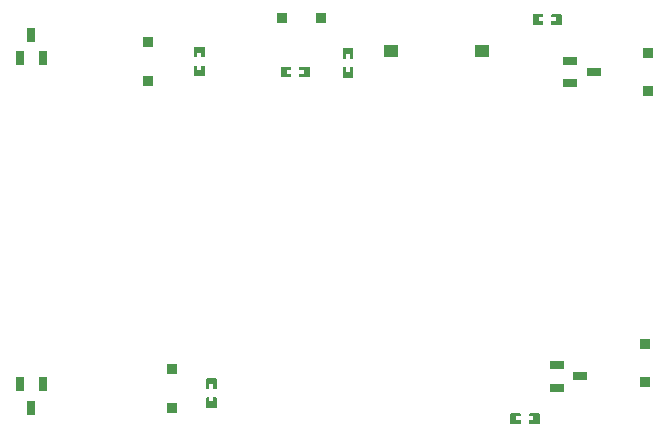
<source format=gtp>
G04 Layer: TopPasteMaskLayer*
G04 EasyEDA v6.5.34, 2023-08-13 08:00:09*
G04 3ef975804e8146baa9bbefacfd0b45dc,794d3a8cdbfe417db23b3599569a6dff,10*
G04 Gerber Generator version 0.2*
G04 Scale: 100 percent, Rotated: No, Reflected: No *
G04 Dimensions in millimeters *
G04 leading zeros omitted , absolute positions ,4 integer and 5 decimal *
%FSLAX45Y45*%
%MOMM*%

%AMMACRO1*21,1,$1,$2,0,0,$3*%
%ADD10MACRO1,0.84X0.91X90.0000*%
%ADD11R,0.9100X0.8400*%
%ADD12R,1.2500X1.0000*%
%ADD13R,1.2500X0.7000*%
%ADD14R,0.7000X1.2500*%
%ADD15MACRO1,0.84X0.91X0.0000*%

%LPD*%
G36*
X4471822Y-3637991D02*
G01*
X4466793Y-3643020D01*
X4466793Y-3665778D01*
X4503775Y-3665778D01*
X4503775Y-3698798D01*
X4466793Y-3698798D01*
X4466793Y-3722979D01*
X4471822Y-3728008D01*
X4551781Y-3728008D01*
X4556810Y-3722979D01*
X4556810Y-3643020D01*
X4551781Y-3637991D01*
G37*
G36*
X4312818Y-3637991D02*
G01*
X4307789Y-3643020D01*
X4307789Y-3722979D01*
X4312818Y-3728008D01*
X4391812Y-3728008D01*
X4396790Y-3722979D01*
X4396790Y-3698798D01*
X4358792Y-3698798D01*
X4358792Y-3665778D01*
X4396790Y-3665778D01*
X4396790Y-3643020D01*
X4391812Y-3637991D01*
G37*
G36*
X1738020Y-3501593D02*
G01*
X1732991Y-3506622D01*
X1732991Y-3586581D01*
X1738020Y-3591610D01*
X1817979Y-3591610D01*
X1823008Y-3586581D01*
X1823008Y-3506622D01*
X1817979Y-3501593D01*
X1795221Y-3501593D01*
X1795221Y-3538626D01*
X1762201Y-3538626D01*
X1762201Y-3501593D01*
G37*
G36*
X1738020Y-3342589D02*
G01*
X1732991Y-3347618D01*
X1732991Y-3426612D01*
X1738020Y-3431590D01*
X1762201Y-3431590D01*
X1762201Y-3393592D01*
X1795221Y-3393592D01*
X1795221Y-3431590D01*
X1817979Y-3431590D01*
X1823008Y-3426612D01*
X1823008Y-3347618D01*
X1817979Y-3342589D01*
G37*
G36*
X1636420Y-535889D02*
G01*
X1631391Y-540918D01*
X1631391Y-620877D01*
X1636420Y-625906D01*
X1659178Y-625906D01*
X1659178Y-588873D01*
X1692198Y-588873D01*
X1692198Y-625906D01*
X1716379Y-625906D01*
X1721408Y-620877D01*
X1721408Y-540918D01*
X1716379Y-535889D01*
G37*
G36*
X1636420Y-695909D02*
G01*
X1631391Y-700887D01*
X1631391Y-779881D01*
X1636420Y-784910D01*
X1716379Y-784910D01*
X1721408Y-779881D01*
X1721408Y-700887D01*
X1716379Y-695909D01*
X1692198Y-695909D01*
X1692198Y-733907D01*
X1659178Y-733907D01*
X1659178Y-695909D01*
G37*
G36*
X4662322Y-259791D02*
G01*
X4657293Y-264820D01*
X4657293Y-287578D01*
X4694275Y-287578D01*
X4694275Y-320598D01*
X4657293Y-320598D01*
X4657293Y-344779D01*
X4662322Y-349808D01*
X4742281Y-349808D01*
X4747310Y-344779D01*
X4747310Y-264820D01*
X4742281Y-259791D01*
G37*
G36*
X4503318Y-259791D02*
G01*
X4498289Y-264820D01*
X4498289Y-344779D01*
X4503318Y-349808D01*
X4582312Y-349808D01*
X4587290Y-344779D01*
X4587290Y-320598D01*
X4549292Y-320598D01*
X4549292Y-287578D01*
X4587290Y-287578D01*
X4587290Y-264820D01*
X4582312Y-259791D01*
G37*
G36*
X2528722Y-704291D02*
G01*
X2523693Y-709320D01*
X2523693Y-732078D01*
X2560675Y-732078D01*
X2560675Y-765098D01*
X2523693Y-765098D01*
X2523693Y-789279D01*
X2528722Y-794308D01*
X2608681Y-794308D01*
X2613710Y-789279D01*
X2613710Y-709320D01*
X2608681Y-704291D01*
G37*
G36*
X2369718Y-704291D02*
G01*
X2364689Y-709320D01*
X2364689Y-789279D01*
X2369718Y-794308D01*
X2448712Y-794308D01*
X2453690Y-789279D01*
X2453690Y-765098D01*
X2415692Y-765098D01*
X2415692Y-732078D01*
X2453690Y-732078D01*
X2453690Y-709320D01*
X2448712Y-704291D01*
G37*
G36*
X2893720Y-548589D02*
G01*
X2888691Y-553618D01*
X2888691Y-633577D01*
X2893720Y-638606D01*
X2916478Y-638606D01*
X2916478Y-601573D01*
X2949498Y-601573D01*
X2949498Y-638606D01*
X2973679Y-638606D01*
X2978708Y-633577D01*
X2978708Y-553618D01*
X2973679Y-548589D01*
G37*
G36*
X2893720Y-708609D02*
G01*
X2888691Y-713587D01*
X2888691Y-792581D01*
X2893720Y-797610D01*
X2973679Y-797610D01*
X2978708Y-792581D01*
X2978708Y-713587D01*
X2973679Y-708609D01*
X2949498Y-708609D01*
X2949498Y-746607D01*
X2916478Y-746607D01*
X2916478Y-708609D01*
G37*
D10*
G01*
X2703000Y-292100D03*
D11*
G01*
X2377008Y-292100D03*
D12*
G01*
X4070502Y-571500D03*
G01*
X3295497Y-571500D03*
D13*
G01*
X4700600Y-3232404D03*
G01*
X4700600Y-3422395D03*
G01*
X4900599Y-3327400D03*
D14*
G01*
X348995Y-3392500D03*
G01*
X159004Y-3392500D03*
G01*
X254000Y-3592499D03*
G01*
X159004Y-633399D03*
G01*
X348995Y-633399D03*
G01*
X254000Y-433400D03*
D13*
G01*
X4814900Y-654304D03*
G01*
X4814900Y-844295D03*
G01*
X5014899Y-749300D03*
D15*
G01*
X5448300Y-3376100D03*
G01*
X5448300Y-3050099D03*
G01*
X1447800Y-3265999D03*
G01*
X1447800Y-3592000D03*
G01*
X1244600Y-823400D03*
G01*
X1244600Y-497399D03*
G01*
X5473700Y-586299D03*
G01*
X5473700Y-912300D03*
M02*

</source>
